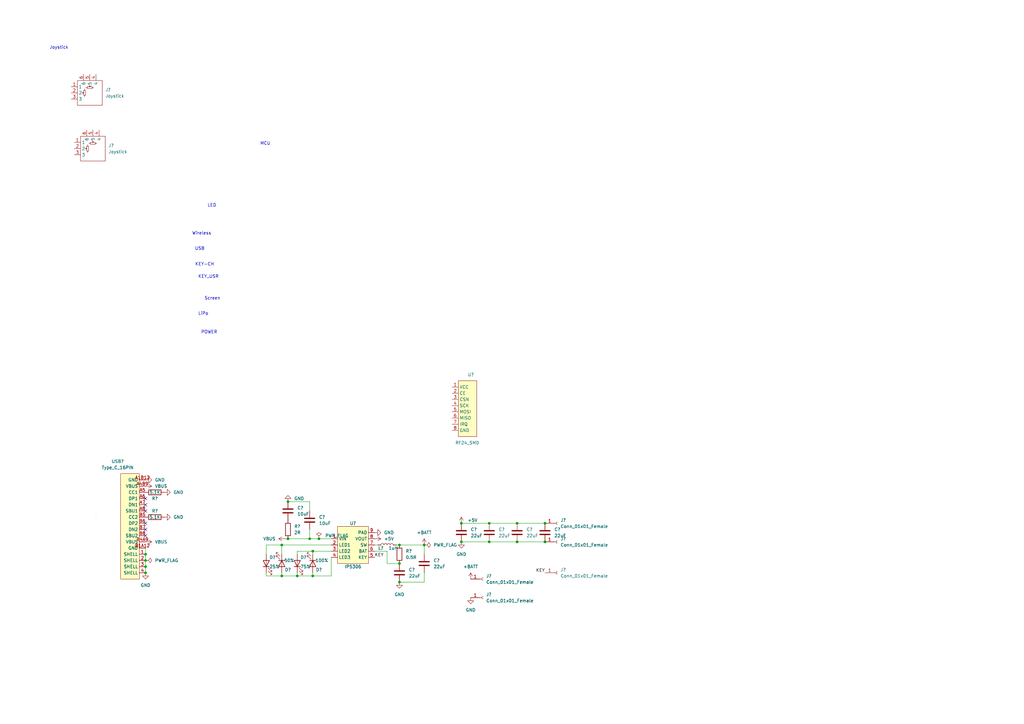
<source format=kicad_sch>
(kicad_sch (version 20211123) (generator eeschema)
  (paper "A3")
  (lib_symbols
    (symbol "Connector:Conn_01x01_Female" (pin_names (offset 1.016) hide)
      (property "Reference" "J" (at 0 2.54 0))
      (property "Value" "Conn_01x01_Female" (at 0 -2.54 0))
      (symbol "Conn_01x01_Female_1_1"
        (polyline (pts (xy -1.27 0) (xy -0.508 0)) (stroke (width 0.1524)))
        (arc (start 0 0.508) (mid -0.508 0) (end 0 -0.508) (stroke (width 0.1524)))
        (pin passive line (at -5.08 0 0) (length 3.81) (name "Pin_1") (number "1"))
      )
    )
    (symbol "Del_Schlib:IP5306"
      (property "Reference" "U" (at 0 1.27 0))
      (property "Value" "IP5306" (at 8.89 1.27 0))
      (symbol "IP5306_0_1"
        (rectangle (start 0 0) (end 12.7 -15.24) (fill (type background)))
      )
      (symbol "IP5306_1_1"
        (pin power_in line (at -2.54 -5.08 0) (length 2.54) (name "VIN") (number "1"))
        (pin bidirectional line (at -2.54 -7.62 0) (length 2.54) (name "LED1") (number "2"))
        (pin bidirectional line (at -2.54 -10.16 0) (length 2.54) (name "LED2") (number "3"))
        (pin bidirectional line (at -2.54 -12.7 0) (length 2.54) (name "LED3") (number "4"))
        (pin input line (at 15.24 -12.7 180) (length 2.54) (name "KEY") (number "5"))
        (pin bidirectional line (at 15.24 -10.16 180) (length 2.54) (name "BAT") (number "6"))
        (pin bidirectional line (at 15.24 -7.62 180) (length 2.54) (name "SW") (number "7"))
        (pin power_out line (at 15.24 -5.08 180) (length 2.54) (name "VOUT") (number "8"))
        (pin power_in line (at 15.24 -2.54 180) (length 2.54) (name "PAD") (number "9"))
      )
    )
    (symbol "Del_Schlib:Joystick"
      (property "Reference" "J" (at 0 -11.43 0))
      (property "Value" "Joystick" (at 6.35 -11.43 0))
      (symbol "Joystick_0_1"
        (polyline (pts (xy 2.54 -5.08) (xy 1.905 -5.08)))
        (polyline (pts (xy 2.921 -6.096) (xy 2.921 -6.731)))
        (polyline (pts (xy 2.921 -4.064) (xy 2.921 -3.429)))
        (polyline (pts (xy 4.064 -2.921) (xy 3.429 -2.921)))
        (polyline (pts (xy 5.08 -2.54) (xy 5.08 -1.905)))
        (polyline (pts (xy 6.096 -2.921) (xy 6.731 -2.921)))
        (polyline (pts (xy 2.54 -5.08) (xy 2.286 -5.334) (xy 2.286 -4.826) (xy 2.54 -5.08)))
        (polyline (pts (xy 5.08 -2.54) (xy 4.826 -2.286) (xy 5.334 -2.286) (xy 5.08 -2.54)))
        (rectangle (start 0 0) (end 10.16 -10.16))
        (rectangle (start 2.54 -6.096) (end 3.302 -4.064))
        (rectangle (start 4.064 -2.54) (end 6.096 -3.302))
      )
      (symbol "Joystick_1_1"
        (pin bidirectional line (at -2.54 -2.54 0) (length 2.54) (name "1") (number "1"))
        (pin bidirectional line (at -2.54 -5.08 0) (length 2.54) (name "2") (number "2"))
        (pin bidirectional line (at -2.54 -7.62 0) (length 2.54) (name "3") (number "3"))
        (pin bidirectional line (at 7.62 2.54 270) (length 2.54) (name "4") (number "4"))
        (pin bidirectional line (at 5.08 2.54 270) (length 2.54) (name "5") (number "5"))
        (pin bidirectional line (at 2.54 2.54 270) (length 2.54) (name "6") (number "6"))
      )
    )
    (symbol "Del_Schlib:RF24_SMD"
      (property "Reference" "U" (at 3.81 1.27 0))
      (property "Value" "RF24_SMD" (at 3.81 -24.13 0))
      (symbol "RF24_SMD_0_1"
        (rectangle (start 0 0) (end 7.62 -22.86) (fill (type background)))
      )
      (symbol "RF24_SMD_1_1"
        (pin power_in line (at -2.54 -2.54 0) (length 2.54) (name "VCC") (number "1"))
        (pin bidirectional line (at -2.54 -5.08 0) (length 2.54) (name "CE") (number "2"))
        (pin bidirectional line (at -2.54 -7.62 0) (length 2.54) (name "CSN") (number "3"))
        (pin bidirectional line (at -2.54 -10.16 0) (length 2.54) (name "SCK") (number "4"))
        (pin bidirectional line (at -2.54 -12.7 0) (length 2.54) (name "MOSI") (number "5"))
        (pin bidirectional line (at -2.54 -15.24 0) (length 2.54) (name "MISO") (number "6"))
        (pin bidirectional line (at -2.54 -17.78 0) (length 2.54) (name "IRQ") (number "7"))
        (pin power_in line (at -2.54 -20.32 0) (length 2.54) (name "GND") (number "8"))
      )
    )
    (symbol "Del_Schlib:Type_C_16PIN"
      (property "Reference" "USB" (at 2.54 1.27 0))
      (property "Value" "Type_C_16PIN" (at 6.35 -44.45 0))
      (symbol "Type_C_16PIN_0_1"
        (arc (start -10.16 -16.51) (mid -10.16 -16.51) (end -10.16 -16.51))
        (rectangle (start 0 0) (end 7.62 -43.18) (fill (type background)))
      )
      (symbol "Type_C_16PIN_1_1"
        (pin power_in line (at 10.16 -33.02 180) (length 2.54) (name "SHELL") (number "1"))
        (pin power_in line (at 10.16 -35.56 180) (length 2.54) (name "SHELL") (number "2"))
        (pin power_in line (at 10.16 -38.1 180) (length 2.54) (name "SHELL") (number "3"))
        (pin power_in line (at 10.16 -40.64 180) (length 2.54) (name "SHELL") (number "4"))
        (pin power_in line (at 10.16 -2.54 180) (length 2.54) (name "GND") (number "A1B12"))
        (pin power_in line (at 10.16 -5.08 180) (length 2.54) (name "VBUS") (number "A4B9"))
        (pin bidirectional line (at 10.16 -7.62 180) (length 2.54) (name "CC1") (number "A5"))
        (pin bidirectional line (at 10.16 -10.16 180) (length 2.54) (name "DP1") (number "A6"))
        (pin bidirectional line (at 10.16 -12.7 180) (length 2.54) (name "DN1") (number "A7"))
        (pin bidirectional line (at 10.16 -15.24 180) (length 2.54) (name "SBU1") (number "A8"))
        (pin power_in line (at 10.16 -30.48 180) (length 2.54) (name "GND") (number "B1A12"))
        (pin power_in line (at 10.16 -27.94 180) (length 2.54) (name "VBUS") (number "B4A9"))
        (pin bidirectional line (at 10.16 -17.78 180) (length 2.54) (name "CC2") (number "B5"))
        (pin bidirectional line (at 10.16 -20.32 180) (length 2.54) (name "DP2") (number "B6"))
        (pin bidirectional line (at 10.16 -22.86 180) (length 2.54) (name "DN2") (number "B7"))
        (pin bidirectional line (at 10.16 -25.4 180) (length 2.54) (name "SBU2") (number "B8"))
      )
    )
    (symbol "Device:C" (pin_numbers hide) (pin_names (offset 0.254))
      (property "Reference" "C" (at 0.635 2.54 0))
      (property "Value" "C" (at 0.635 -2.54 0))
      (symbol "C_0_1"
        (polyline (pts (xy -2.032 -0.762) (xy 2.032 -0.762)) (stroke (width 0.508)))
        (polyline (pts (xy -2.032 0.762) (xy 2.032 0.762)) (stroke (width 0.508)))
      )
      (symbol "C_1_1"
        (pin passive line (at 0 3.81 270) (length 2.794) (name "~") (number "1"))
        (pin passive line (at 0 -3.81 90) (length 2.794) (name "~") (number "2"))
      )
    )
    (symbol "Device:L" (pin_numbers hide) (pin_names (offset 1.016) hide)
      (property "Reference" "L" (at -1.27 0 90))
      (property "Value" "L" (at 1.905 0 90))
      (symbol "L_0_1"
        (arc (start 0 -2.54) (mid 0.635 -1.905) (end 0 -1.27))
        (arc (start 0 -1.27) (mid 0.635 -0.635) (end 0 0))
        (arc (start 0 0) (mid 0.635 0.635) (end 0 1.27))
        (arc (start 0 1.27) (mid 0.635 1.905) (end 0 2.54))
      )
      (symbol "L_1_1"
        (pin passive line (at 0 3.81 270) (length 1.27) (name "1") (number "1"))
        (pin passive line (at 0 -3.81 90) (length 1.27) (name "2") (number "2"))
      )
    )
    (symbol "Device:LED" (pin_numbers hide) (pin_names (offset 1.016) hide)
      (property "Reference" "D" (at 0 2.54 0))
      (property "Value" "LED" (at 0 -2.54 0))
      (symbol "LED_0_1"
        (polyline (pts (xy -1.27 -1.27) (xy -1.27 1.27)) (stroke (width 0.254)))
        (polyline (pts (xy -1.27 0) (xy 1.27 0)))
        (polyline (pts (xy 1.27 -1.27) (xy 1.27 1.27) (xy -1.27 0) (xy 1.27 -1.27)) (stroke (width 0.254)))
        (polyline (pts (xy -3.048 -0.762) (xy -4.572 -2.286) (xy -3.81 -2.286) (xy -4.572 -2.286) (xy -4.572 -1.524)))
        (polyline (pts (xy -1.778 -0.762) (xy -3.302 -2.286) (xy -2.54 -2.286) (xy -3.302 -2.286) (xy -3.302 -1.524)))
      )
      (symbol "LED_1_1"
        (pin passive line (at -3.81 0 0) (length 2.54) (name "K") (number "1"))
        (pin passive line (at 3.81 0 180) (length 2.54) (name "A") (number "2"))
      )
    )
    (symbol "Device:R" (pin_numbers hide) (pin_names (offset 0))
      (property "Reference" "R" (at 2.032 0 90))
      (property "Value" "R" (at 0 0 90))
      (symbol "R_0_1"
        (rectangle (start -1.016 -2.54) (end 1.016 2.54) (stroke (width 0.254)))
      )
      (symbol "R_1_1"
        (pin passive line (at 0 3.81 270) (length 1.27) (name "~") (number "1"))
        (pin passive line (at 0 -3.81 90) (length 1.27) (name "~") (number "2"))
      )
    )
    (symbol "power:+5V" (power) (pin_names (offset 0))
      (property "Value" "+5V" (at 0 3.556 0))
      (symbol "+5V_0_1"
        (polyline (pts (xy -0.762 1.27) (xy 0 2.54)))
        (polyline (pts (xy 0 0) (xy 0 2.54)))
        (polyline (pts (xy 0 2.54) (xy 0.762 1.27)))
      )
      (symbol "+5V_1_1"
        (pin power_in line (at 0 0 90) (length 0) hide (name "+5V") (number "1"))
      )
    )
    (symbol "power:+BATT" (power) (pin_names (offset 0))
      (property "Value" "+BATT" (at 0 3.556 0))
      (symbol "+BATT_0_1"
        (polyline (pts (xy -0.762 1.27) (xy 0 2.54)))
        (polyline (pts (xy 0 0) (xy 0 2.54)))
        (polyline (pts (xy 0 2.54) (xy 0.762 1.27)))
      )
      (symbol "+BATT_1_1"
        (pin power_in line (at 0 0 90) (length 0) hide (name "+BATT") (number "1"))
      )
    )
    (symbol "power:GND" (power) (pin_names (offset 0))
      (property "Value" "GND" (at 0 -3.81 0))
      (symbol "GND_0_1"
        (polyline (pts (xy 0 0) (xy 0 -1.27) (xy 1.27 -1.27) (xy 0 -2.54) (xy -1.27 -1.27) (xy 0 -1.27)))
      )
      (symbol "GND_1_1"
        (pin power_in line (at 0 0 270) (length 0) hide (name "GND") (number "1"))
      )
    )
    (symbol "power:PWR_FLAG" (power) (pin_numbers hide) (pin_names (offset 0) hide)
      (property "Value" "PWR_FLAG" (at 0 3.81 0))
      (symbol "PWR_FLAG_0_0"
        (pin power_out line (at 0 0 90) (length 0) (name "pwr") (number "1"))
      )
      (symbol "PWR_FLAG_0_1"
        (polyline (pts (xy 0 0) (xy 0 1.27) (xy -1.016 1.905) (xy 0 2.54) (xy 1.016 1.905) (xy 0 1.27)))
      )
    )
    (symbol "power:VBUS" (power) (pin_names (offset 0))
      (property "Value" "VBUS" (at 0 3.81 0))
      (symbol "VBUS_0_1"
        (polyline (pts (xy -0.762 1.27) (xy 0 2.54)))
        (polyline (pts (xy 0 0) (xy 0 2.54)))
        (polyline (pts (xy 0 2.54) (xy 0.762 1.27)))
      )
      (symbol "VBUS_1_1"
        (pin power_in line (at 0 0 90) (length 0) hide (name "VBUS") (number "1"))
      )
    )
  )
  (junction (at 223.52 214.63))
  (junction (at 200.66 214.63))
  (junction (at 200.66 222.25))
  (junction (at 59.69 234.95))
  (junction (at 212.09 222.25))
  (junction (at 128.27 226.06))
  (junction (at 163.83 231.14))
  (junction (at 121.92 236.22))
  (junction (at 59.69 227.33))
  (junction (at 130.81 220.98))
  (junction (at 127 220.98))
  (junction (at 118.11 205.74))
  (junction (at 163.83 238.76))
  (junction (at 115.57 236.22))
  (junction (at 163.83 223.52))
  (junction (at 115.57 223.52))
  (junction (at 212.09 214.63))
  (junction (at 118.11 220.98))
  (junction (at 223.52 222.25))
  (junction (at 128.27 236.22))
  (junction (at 189.23 214.63))
  (junction (at 59.69 229.87))
  (junction (at 189.23 222.25))
  (junction (at 173.99 223.52))
  (junction (at 59.69 232.41))
  (no_connect (at 59.69 209.55))
  (no_connect (at 59.69 217.17))
  (no_connect (at 59.69 219.71))
  (no_connect (at 59.69 207.01))
  (no_connect (at 59.69 204.47))
  (no_connect (at 59.69 214.63))
  (wire (pts (xy 135.89 223.52) (xy 115.57 223.52)))
  (wire (pts (xy 130.81 220.98) (xy 135.89 220.98)))
  (wire (pts (xy 118.11 220.98) (xy 127 220.98)))
  (wire (pts (xy 200.66 214.63) (xy 212.09 214.63)))
  (wire (pts (xy 153.67 226.06) (xy 158.75 226.06)))
  (wire (pts (xy 127 205.74) (xy 127 209.55)))
  (wire (pts (xy 109.22 236.22) (xy 109.22 234.95)))
  (wire (pts (xy 212.09 222.25) (xy 223.52 222.25)))
  (wire (pts (xy 128.27 236.22) (xy 128.27 234.95)))
  (wire (pts (xy 127 220.98) (xy 130.81 220.98)))
  (wire (pts (xy 200.66 222.25) (xy 212.09 222.25)))
  (wire (pts (xy 173.99 238.76) (xy 163.83 238.76)))
  (wire (pts (xy 128.27 226.06) (xy 128.27 227.33)))
  (wire (pts (xy 162.56 223.52) (xy 163.83 223.52)))
  (wire (pts (xy 109.22 223.52) (xy 115.57 223.52)))
  (wire (pts (xy 128.27 226.06) (xy 121.92 226.06)))
  (wire (pts (xy 158.75 231.14) (xy 158.75 226.06)))
  (wire (pts (xy 59.69 232.41) (xy 59.69 234.95)))
  (wire (pts (xy 121.92 236.22) (xy 128.27 236.22)))
  (wire (pts (xy 121.92 226.06) (xy 121.92 227.33)))
  (wire (pts (xy 189.23 214.63) (xy 200.66 214.63)))
  (wire (pts (xy 173.99 223.52) (xy 173.99 227.33)))
  (wire (pts (xy 163.83 223.52) (xy 173.99 223.52)))
  (wire (pts (xy 189.23 222.25) (xy 200.66 222.25)))
  (wire (pts (xy 59.69 224.79) (xy 59.69 227.33)))
  (wire (pts (xy 118.11 205.74) (xy 127 205.74)))
  (wire (pts (xy 135.89 226.06) (xy 128.27 226.06)))
  (wire (pts (xy 109.22 227.33) (xy 109.22 223.52)))
  (wire (pts (xy 154.94 223.52) (xy 153.67 223.52)))
  (wire (pts (xy 127 217.17) (xy 127 220.98)))
  (wire (pts (xy 163.83 231.14) (xy 158.75 231.14)))
  (wire (pts (xy 59.69 229.87) (xy 59.69 232.41)))
  (wire (pts (xy 109.22 236.22) (xy 115.57 236.22)))
  (wire (pts (xy 128.27 236.22) (xy 135.89 236.22)))
  (wire (pts (xy 115.57 236.22) (xy 121.92 236.22)))
  (wire (pts (xy 116.84 220.98) (xy 118.11 220.98)))
  (wire (pts (xy 121.92 236.22) (xy 121.92 234.95)))
  (wire (pts (xy 115.57 223.52) (xy 115.57 227.33)))
  (wire (pts (xy 173.99 234.95) (xy 173.99 238.76)))
  (wire (pts (xy 212.09 214.63) (xy 223.52 214.63)))
  (wire (pts (xy 115.57 236.22) (xy 115.57 234.95)))
  (wire (pts (xy 135.89 236.22) (xy 135.89 228.6)))
  (wire (pts (xy 59.69 227.33) (xy 59.69 229.87)))
  (text "Joystick" (at 20.32 20.32 0) (effects (font (size 1.27 1.27)) (justify left bottom)))
  (text "KEY_USR" (at 81.2431 114.2565 0) (effects (font (size 1.27 1.27)) (justify left bottom)))
  (text "KEY-CH" (at 80.01 109.22 0) (effects (font (size 1.27 1.27)) (justify left bottom)))
  (text "USB" (at 79.9161 102.7963 0) (effects (font (size 1.27 1.27)) (justify left bottom)))
  (text "LiPo" (at 81.2431 129.4563 0) (effects (font (size 1.27 1.27)) (justify left bottom)))
  (text "LED" (at 85.09 85.09 0) (effects (font (size 1.27 1.27)) (justify left bottom)))
  (text "Screen" (at 83.82 123.19 0) (effects (font (size 1.27 1.27)) (justify left bottom)))
  (text "MCU" (at 106.68 59.69 0) (effects (font (size 1.27 1.27)) (justify left bottom)))
  (text "POWER" (at 82.4494 137.0562 0) (effects (font (size 1.27 1.27)) (justify left bottom)))
  (text "Wireless" (at 78.74 96.52 0) (effects (font (size 1.27 1.27)) (justify left bottom)))
  (label "KEY" (at 153.67 228.6 0))
  (label "KEY" (at 223.52 234.95 180))
  (symbol (lib_id "Connector:Conn_01x01_Female") (at 198.12 245.11 0) (unit 1)
    (property "Reference" "J?" (at 199.39 243.8399 0) (effects (justify left)))
    (property "Value" "Conn_01x01_Female" (at 199.39 246.3799 0) (effects (justify left)))
    (property "Footprint" "Del:Conn_2.54_01x01_STAMP" (effects hide))
  )
  (symbol (lib_id "power:PWR_FLAG") (at 130.81 220.98 0) (unit 1)
    (property "Reference" "#FLG?" (effects hide))
    (property "Value" "PWR_FLAG" (at 133.35 219.7099 0) (effects (justify left)))
  )
  (symbol (lib_id "Device:LED") (at 128.27 231.14 270) (unit 1)
    (property "Reference" "D?" (at 132.08 233.68 90) (effects (justify right)))
    (property "Value" "100%" (at 134.62 229.87 90) (effects (justify right)))
    (property "Footprint" "LED_SMD:LED_0603_1608Metric_Pad1.05x0.95mm_HandSolder" (effects hide))
  )
  (symbol (lib_id "power:PWR_FLAG") (at 173.99 223.52 270) (unit 1)
    (property "Reference" "#FLG?" (effects hide))
    (property "Value" "PWR_FLAG" (at 177.8 223.5199 90) (effects (justify left)))
  )
  (symbol (lib_id "power:PWR_FLAG") (at 59.69 229.87 270) (unit 1)
    (property "Reference" "#FLG?" (effects hide))
    (property "Value" "PWR_FLAG" (at 63.5 229.8699 90) (effects (justify left)))
  )
  (symbol (lib_id "power:GND") (at 59.69 196.85 90) (unit 1)
    (property "Reference" "#PWR?" (effects hide))
    (property "Value" "GND" (at 63.5 196.8499 90) (effects (justify right)))
  )
  (symbol (lib_id "Device:C") (at 127 213.36 0) (unit 1)
    (property "Reference" "C?" (at 130.81 212.0899 0) (effects (justify left)))
    (property "Value" "10uF" (at 130.81 214.6299 0) (effects (justify left)))
    (property "Footprint" "Capacitor_SMD:C_0603_1608Metric_Pad1.08x0.95mm_HandSolder" (effects hide))
  )
  (symbol (lib_id "power:GND") (at 67.31 201.93 90) (unit 1)
    (property "Reference" "#PWR?" (effects hide))
    (property "Value" "GND" (at 71.12 201.9299 90) (effects (justify right)))
  )
  (symbol (lib_id "Device:C") (at 163.83 234.95 0) (unit 1)
    (property "Reference" "C?" (at 167.64 233.6799 0) (effects (justify left)))
    (property "Value" "22uF" (at 167.64 236.2199 0) (effects (justify left)))
    (property "Footprint" "Capacitor_SMD:C_1206_3216Metric" (effects hide))
  )
  (symbol (lib_id "Device:C") (at 118.11 209.55 0) (unit 1)
    (property "Reference" "C?" (at 121.92 208.2799 0) (effects (justify left)))
    (property "Value" "10uF" (at 121.92 210.8199 0) (effects (justify left)))
    (property "Footprint" "Capacitor_SMD:C_0603_1608Metric_Pad1.08x0.95mm_HandSolder" (effects hide))
  )
  (symbol (lib_id "power:+BATT") (at 173.99 223.52 0) (unit 1)
    (property "Reference" "#PWR?" (effects hide))
    (property "Value" "+BATT" (at 173.99 218.44 0))
  )
  (symbol (lib_id "power:GND") (at 189.23 222.25 0) (unit 1)
    (property "Reference" "#PWR?" (effects hide))
    (property "Value" "GND" (at 189.23 227.33 0))
  )
  (symbol (lib_id "power:VBUS") (at 116.84 220.98 90) (unit 1)
    (property "Reference" "#PWR?" (effects hide))
    (property "Value" "VBUS" (at 113.03 220.98 90) (effects (justify left)))
  )
  (symbol (lib_id "Device:LED") (at 109.22 231.14 90) (unit 1)
    (property "Reference" "D?" (at 110.49 228.6 90) (effects (justify right)))
    (property "Value" "25%" (at 110.49 232.41 90) (effects (justify right)))
    (property "Footprint" "LED_SMD:LED_0603_1608Metric_Pad1.05x0.95mm_HandSolder" (effects hide))
  )
  (symbol (lib_id "Device:C") (at 212.09 218.44 0) (unit 1)
    (property "Reference" "C?" (at 215.9 217.1699 0) (effects (justify left)))
    (property "Value" "22uF" (at 215.9 219.7099 0) (effects (justify left)))
    (property "Footprint" "Capacitor_SMD:C_1206_3216Metric" (effects hide))
  )
  (symbol (lib_id "power:+5V") (at 189.23 214.63 0) (unit 1)
    (property "Reference" "#PWR?" (effects hide))
    (property "Value" "+5V" (at 191.77 213.3599 0) (effects (justify left)))
  )
  (symbol (lib_id "power:GND") (at 67.31 212.09 90) (unit 1)
    (property "Reference" "#PWR?" (effects hide))
    (property "Value" "GND" (at 71.12 212.0899 90) (effects (justify right)))
  )
  (symbol (lib_id "Del_Schlib:Joystick") (at 31.75 33.02 0) (unit 1)
    (property "Reference" "J?" (at 43.18 36.8299 0) (effects (justify left)))
    (property "Value" "Joystick" (at 43.18 39.3699 0) (effects (justify left)))
    (property "Footprint" "Del:PSP_JOYSTICK" (effects hide))
  )
  (symbol (lib_id "power:VBUS") (at 59.69 222.25 270) (unit 1)
    (property "Reference" "#PWR?" (effects hide))
    (property "Value" "VBUS" (at 63.5 222.2499 90) (effects (justify left)))
  )
  (symbol (lib_id "Device:LED") (at 121.92 231.14 90) (unit 1)
    (property "Reference" "D?" (at 123.19 228.6 90) (effects (justify right)))
    (property "Value" "75%" (at 123.19 232.41 90) (effects (justify right)))
    (property "Footprint" "LED_SMD:LED_0603_1608Metric_Pad1.05x0.95mm_HandSolder" (effects hide))
  )
  (symbol (lib_id "Device:C") (at 173.99 231.14 0) (unit 1)
    (property "Reference" "C?" (at 177.8 229.8699 0) (effects (justify left)))
    (property "Value" "22uF" (at 177.8 232.4099 0) (effects (justify left)))
    (property "Footprint" "Capacitor_SMD:C_1206_3216Metric" (effects hide))
  )
  (symbol (lib_id "Device:C") (at 200.66 218.44 0) (unit 1)
    (property "Reference" "C?" (at 204.47 217.1699 0) (effects (justify left)))
    (property "Value" "22uF" (at 204.47 219.7099 0) (effects (justify left)))
    (property "Footprint" "Capacitor_SMD:C_1206_3216Metric" (effects hide))
  )
  (symbol (lib_id "Del_Schlib:Type_C_16PIN") (at 49.53 194.31 0) (unit 1)
    (property "Reference" "USB?" (at 48.26 189.23 0))
    (property "Value" "Type_C_16PIN" (at 48.26 191.77 0))
    (property "Footprint" "Del:TYPE-C-16PIN_SMD" (effects hide))
  )
  (symbol (lib_id "power:+BATT") (at 193.04 237.49 0) (unit 1)
    (property "Reference" "#PWR?" (effects hide))
    (property "Value" "+BATT" (at 193.04 232.41 0))
  )
  (symbol (lib_id "power:GND") (at 59.69 234.95 0) (unit 1)
    (property "Reference" "#PWR?" (effects hide))
    (property "Value" "GND" (at 59.69 240.03 0))
  )
  (symbol (lib_id "Device:R") (at 118.11 217.17 0) (unit 1)
    (property "Reference" "R?" (at 120.65 215.8999 0) (effects (justify left)))
    (property "Value" "2R" (at 120.65 218.4399 0) (effects (justify left)))
    (property "Footprint" "Resistor_SMD:R_0603_1608Metric_Pad0.98x0.95mm_HandSolder" (effects hide))
  )
  (symbol (lib_id "Device:C") (at 189.23 218.44 0) (unit 1)
    (property "Reference" "C?" (at 193.04 217.1699 0) (effects (justify left)))
    (property "Value" "22uF" (at 193.04 219.7099 0) (effects (justify left)))
    (property "Footprint" "Capacitor_SMD:C_1206_3216Metric" (effects hide))
  )
  (symbol (lib_id "power:GND") (at 163.83 238.76 0) (unit 1)
    (property "Reference" "#PWR?" (effects hide))
    (property "Value" "GND" (at 163.83 243.84 0))
  )
  (symbol (lib_id "power:+5V") (at 153.67 220.98 270) (unit 1)
    (property "Reference" "#PWR?" (effects hide))
    (property "Value" "+5V" (at 157.48 220.9799 90) (effects (justify left)))
  )
  (symbol (lib_id "power:GND") (at 118.11 205.74 180) (unit 1)
    (property "Reference" "#PWR?" (effects hide))
    (property "Value" "GND" (at 120.65 204.4699 0) (effects (justify right)))
  )
  (symbol (lib_id "power:GND") (at 193.04 245.11 0) (unit 1)
    (property "Reference" "#PWR?" (effects hide))
    (property "Value" "GND" (at 193.04 250.19 0))
  )
  (symbol (lib_id "Device:L") (at 158.75 223.52 90) (unit 1)
    (property "Reference" "L?" (at 156.21 224.79 90))
    (property "Value" "1uH" (at 161.29 224.79 90))
    (property "Footprint" "Del:IND0420" (effects hide))
  )
  (symbol (lib_id "power:GND") (at 153.67 218.44 90) (unit 1)
    (property "Reference" "#PWR?" (effects hide))
    (property "Value" "GND" (at 157.48 218.4399 90) (effects (justify right)))
  )
  (symbol (lib_id "Del_Schlib:IP5306") (at 138.43 215.9 0) (unit 1)
    (property "Reference" "U?" (at 144.78 214.63 0))
    (property "Value" "IP5306" (at 144.78 232.41 0))
    (property "Footprint" "Package_SO:HSOP-8-1EP_3.9x4.9mm_P1.27mm_EP2.3x2.3mm" (effects hide))
  )
  (symbol (lib_id "Connector:Conn_01x01_Female") (at 228.6 222.25 0) (unit 1)
    (property "Reference" "J?" (at 229.87 220.9799 0) (effects (justify left)))
    (property "Value" "Conn_01x01_Female" (at 229.87 223.5199 0) (effects (justify left)))
    (property "Footprint" "Del:Conn_2.54_01x01_STAMP" (effects hide))
  )
  (symbol (lib_id "Device:LED") (at 115.57 231.14 270) (unit 1)
    (property "Reference" "D?" (at 119.38 233.68 90) (effects (justify right)))
    (property "Value" "50%" (at 120.65 229.87 90) (effects (justify right)))
    (property "Footprint" "LED_SMD:LED_0603_1608Metric_Pad1.05x0.95mm_HandSolder" (effects hide))
  )
  (symbol (lib_id "Connector:Conn_01x01_Female") (at 198.12 237.49 0) (unit 1)
    (property "Reference" "J?" (at 199.39 236.2199 0) (effects (justify left)))
    (property "Value" "Conn_01x01_Female" (at 199.39 238.7599 0) (effects (justify left)))
    (property "Footprint" "Del:Conn_2.54_01x01_STAMP" (effects hide))
  )
  (symbol (lib_id "Device:R") (at 63.5 201.93 90) (unit 1)
    (property "Reference" "R?" (at 63.5 204.47 90))
    (property "Value" "5.1K" (at 63.5 201.93 90))
    (property "Footprint" "Resistor_SMD:R_0603_1608Metric_Pad0.98x0.95mm_HandSolder" (effects hide))
  )
  (symbol (lib_id "Connector:Conn_01x01_Female") (at 228.6 234.95 0) (unit 1)
    (property "Reference" "J?" (at 229.87 233.6799 0) (effects (justify left)))
    (property "Value" "Conn_01x01_Female" (at 229.87 236.2199 0) (effects (justify left)))
    (property "Footprint" "Del:Conn_2.54_01x01_STAMP" (effects hide))
  )
  (symbol (lib_id "Del_Schlib:Joystick") (at 33.02 55.88 0) (unit 1)
    (property "Reference" "J?" (at 44.45 59.6899 0) (effects (justify left)))
    (property "Value" "Joystick" (at 44.45 62.2299 0) (effects (justify left)))
    (property "Footprint" "Del:PSP_JOYSTICK" (effects hide))
  )
  (symbol (lib_id "Device:R") (at 163.83 227.33 0) (unit 1)
    (property "Reference" "R?" (at 166.37 226.0599 0) (effects (justify left)))
    (property "Value" "0.5R" (at 166.37 228.5999 0) (effects (justify left)))
    (property "Footprint" "Resistor_SMD:R_0603_1608Metric_Pad0.98x0.95mm_HandSolder" (effects hide))
  )
  (symbol (lib_id "Connector:Conn_01x01_Female") (at 228.6 214.63 0) (unit 1)
    (property "Reference" "J?" (at 229.87 213.3599 0) (effects (justify left)))
    (property "Value" "Conn_01x01_Female" (at 229.87 215.8999 0) (effects (justify left)))
    (property "Footprint" "Del:Conn_2.54_01x01_STAMP" (effects hide))
  )
  (symbol (lib_id "Del_Schlib:RF24_SMD") (at 187.96 156.21 0) (unit 1)
    (property "Reference" "U?" (at 191.77 153.67 0) (effects (justify left)))
    (property "Value" "RF24_SMD" (at 186.69 181.61 0) (effects (justify left)))
    (property "Footprint" "Del:RF24_SMD" (effects hide))
  )
  (symbol (lib_id "Device:C") (at 223.52 218.44 0) (unit 1)
    (property "Reference" "C?" (at 227.33 217.1699 0) (effects (justify left)))
    (property "Value" "22uF" (at 227.33 219.7099 0) (effects (justify left)))
    (property "Footprint" "Capacitor_SMD:C_1206_3216Metric" (effects hide))
  )
  (symbol (lib_id "power:VBUS") (at 59.69 199.39 270) (unit 1)
    (property "Reference" "#PWR?" (effects hide))
    (property "Value" "VBUS" (at 63.5 199.3899 90) (effects (justify left)))
  )
  (symbol (lib_id "Device:R") (at 63.5 212.09 270) (unit 1)
    (property "Reference" "R?" (at 63.5 209.55 90))
    (property "Value" "5.1K" (at 63.5 212.09 90))
    (property "Footprint" "Resistor_SMD:R_0603_1608Metric_Pad0.98x0.95mm_HandSolder" (effects hide))
  )
)
</source>
